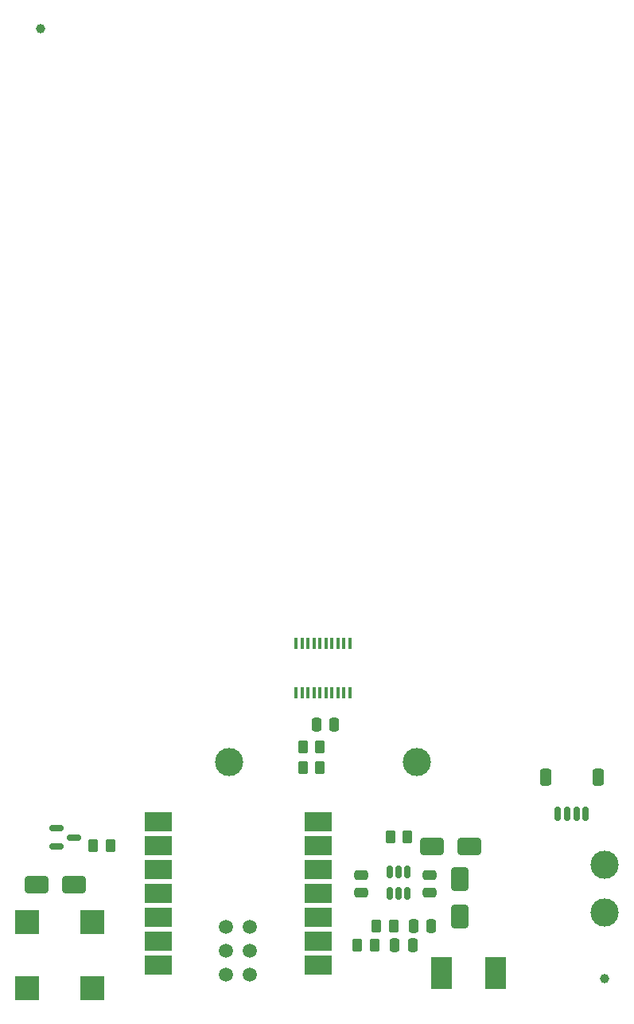
<source format=gbs>
G04 #@! TF.GenerationSoftware,KiCad,Pcbnew,8.0.5-8.0.5-0~ubuntu24.04.1*
G04 #@! TF.CreationDate,2024-10-02T13:28:42+10:00*
G04 #@! TF.ProjectId,Touch Keypad,546f7563-6820-44b6-9579-7061642e6b69,rev?*
G04 #@! TF.SameCoordinates,PXbebc200PY8b3c880*
G04 #@! TF.FileFunction,Soldermask,Bot*
G04 #@! TF.FilePolarity,Negative*
%FSLAX46Y46*%
G04 Gerber Fmt 4.6, Leading zero omitted, Abs format (unit mm)*
G04 Created by KiCad (PCBNEW 8.0.5-8.0.5-0~ubuntu24.04.1) date 2024-10-02 13:28:42*
%MOMM*%
%LPD*%
G01*
G04 APERTURE LIST*
G04 Aperture macros list*
%AMRoundRect*
0 Rectangle with rounded corners*
0 $1 Rounding radius*
0 $2 $3 $4 $5 $6 $7 $8 $9 X,Y pos of 4 corners*
0 Add a 4 corners polygon primitive as box body*
4,1,4,$2,$3,$4,$5,$6,$7,$8,$9,$2,$3,0*
0 Add four circle primitives for the rounded corners*
1,1,$1+$1,$2,$3*
1,1,$1+$1,$4,$5*
1,1,$1+$1,$6,$7*
1,1,$1+$1,$8,$9*
0 Add four rect primitives between the rounded corners*
20,1,$1+$1,$2,$3,$4,$5,0*
20,1,$1+$1,$4,$5,$6,$7,0*
20,1,$1+$1,$6,$7,$8,$9,0*
20,1,$1+$1,$8,$9,$2,$3,0*%
G04 Aperture macros list end*
%ADD10RoundRect,0.250000X-0.250000X-0.475000X0.250000X-0.475000X0.250000X0.475000X-0.250000X0.475000X0*%
%ADD11RoundRect,0.250000X0.262500X0.450000X-0.262500X0.450000X-0.262500X-0.450000X0.262500X-0.450000X0*%
%ADD12RoundRect,0.250000X-1.000000X-0.650000X1.000000X-0.650000X1.000000X0.650000X-1.000000X0.650000X0*%
%ADD13C,3.000000*%
%ADD14RoundRect,0.250000X-0.475000X0.250000X-0.475000X-0.250000X0.475000X-0.250000X0.475000X0.250000X0*%
%ADD15RoundRect,0.150000X-0.587500X-0.150000X0.587500X-0.150000X0.587500X0.150000X-0.587500X0.150000X0*%
%ADD16R,0.400000X1.200000*%
%ADD17RoundRect,0.150000X-0.150000X-0.625000X0.150000X-0.625000X0.150000X0.625000X-0.150000X0.625000X0*%
%ADD18RoundRect,0.250000X-0.350000X-0.650000X0.350000X-0.650000X0.350000X0.650000X-0.350000X0.650000X0*%
%ADD19R,2.300000X3.400000*%
%ADD20RoundRect,0.150000X0.150000X-0.512500X0.150000X0.512500X-0.150000X0.512500X-0.150000X-0.512500X0*%
%ADD21RoundRect,0.250000X0.250000X0.475000X-0.250000X0.475000X-0.250000X-0.475000X0.250000X-0.475000X0*%
%ADD22R,3.000000X2.000000*%
%ADD23C,1.500000*%
%ADD24RoundRect,0.250000X0.475000X-0.250000X0.475000X0.250000X-0.475000X0.250000X-0.475000X-0.250000X0*%
%ADD25C,1.000000*%
%ADD26RoundRect,0.250000X-0.650000X1.000000X-0.650000X-1.000000X0.650000X-1.000000X0.650000X1.000000X0*%
%ADD27R,2.500000X2.500000*%
G04 APERTURE END LIST*
D10*
X-35700000Y32000000D03*
X-33800000Y32000000D03*
D11*
X-29475000Y8568800D03*
X-31300000Y8568800D03*
D12*
X-65500000Y15000000D03*
X-61500000Y15000000D03*
D11*
X-57587500Y19100000D03*
X-59412500Y19100000D03*
D13*
X-25000000Y28000000D03*
D14*
X-30887500Y16018800D03*
X-30887500Y14118800D03*
D11*
X-25975000Y20068800D03*
X-27800000Y20068800D03*
D15*
X-63375000Y19050000D03*
X-63375000Y20950000D03*
X-61500000Y20000000D03*
D13*
X-5000000Y12000000D03*
X-45000000Y28000000D03*
D11*
X-35287500Y29600000D03*
X-37112500Y29600000D03*
D16*
X-37857500Y40600000D03*
X-37222500Y40600000D03*
X-36587500Y40600000D03*
X-35952500Y40600000D03*
X-35317500Y40600000D03*
X-34682500Y40600000D03*
X-34047500Y40600000D03*
X-33412500Y40600000D03*
X-32777500Y40600000D03*
X-32142500Y40600000D03*
X-32142500Y35400000D03*
X-32777500Y35400000D03*
X-33412500Y35400000D03*
X-34047500Y35400000D03*
X-34682500Y35400000D03*
X-35317500Y35400000D03*
X-35952500Y35400000D03*
X-36587500Y35400000D03*
X-37222500Y35400000D03*
X-37857500Y35400000D03*
D12*
X-23387500Y19068800D03*
X-19387500Y19068800D03*
D17*
X-10000000Y22500000D03*
X-9000000Y22500000D03*
X-8000000Y22500000D03*
X-7000000Y22500000D03*
D18*
X-11300000Y26375000D03*
X-5700000Y26375000D03*
D19*
X-16650000Y5550000D03*
X-22350000Y5550000D03*
D20*
X-25987500Y14068800D03*
X-26937500Y14068800D03*
X-27887500Y14068800D03*
X-27887500Y16343800D03*
X-26937500Y16343800D03*
X-25987500Y16343800D03*
D21*
X-25437500Y8568800D03*
X-27337500Y8568800D03*
D13*
X-5000000Y17050000D03*
D11*
X-27475000Y10568800D03*
X-29300000Y10568800D03*
D22*
X-52500000Y6380000D03*
X-52500000Y8920000D03*
X-52500000Y11460000D03*
X-52500000Y14000000D03*
X-52500000Y16540000D03*
X-52500000Y19080000D03*
X-52500000Y21620000D03*
X-35500000Y21620000D03*
X-35500000Y19080000D03*
X-35500000Y16540000D03*
X-35500000Y14000000D03*
X-35500000Y11460000D03*
X-35500000Y8920000D03*
X-35500000Y6380000D03*
D23*
X-45270000Y5420000D03*
X-42730000Y5420000D03*
X-45270000Y7960000D03*
X-42730000Y7960000D03*
X-45270000Y10500000D03*
X-42730000Y10500000D03*
D24*
X-23622500Y14118800D03*
X-23622500Y16018800D03*
D25*
X-5000000Y5000000D03*
D11*
X-35287500Y27400000D03*
X-37112500Y27400000D03*
D10*
X-25337500Y10568800D03*
X-23437500Y10568800D03*
D25*
X-65000000Y106000000D03*
D26*
X-20387500Y15568800D03*
X-20387500Y11568800D03*
D27*
X-66500000Y11000000D03*
X-59500000Y11000000D03*
X-59500000Y4000000D03*
X-66500000Y4000000D03*
M02*

</source>
